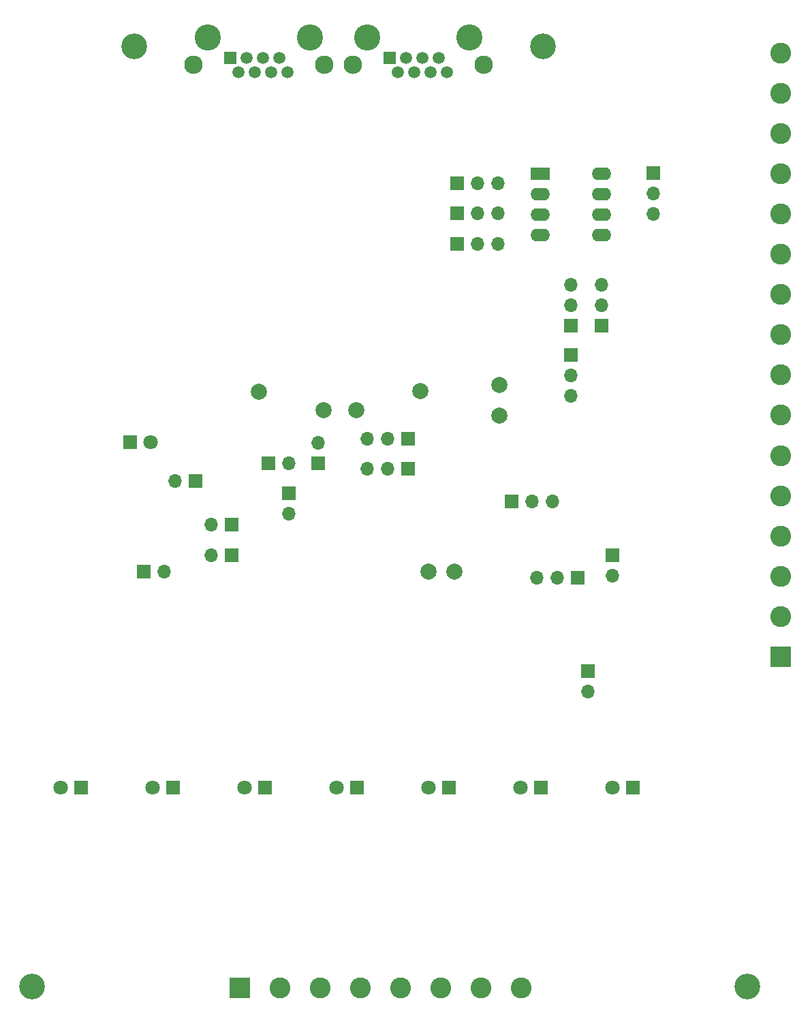
<source format=gbr>
%TF.GenerationSoftware,KiCad,Pcbnew,5.1.7-a382d34a8~87~ubuntu20.04.1*%
%TF.CreationDate,2020-11-04T11:31:22+01:00*%
%TF.ProjectId,BatteryMonitoringUnit_BMU,42617474-6572-4794-9d6f-6e69746f7269,2.0*%
%TF.SameCoordinates,Original*%
%TF.FileFunction,Soldermask,Bot*%
%TF.FilePolarity,Negative*%
%FSLAX46Y46*%
G04 Gerber Fmt 4.6, Leading zero omitted, Abs format (unit mm)*
G04 Created by KiCad (PCBNEW 5.1.7-a382d34a8~87~ubuntu20.04.1) date 2020-11-04 11:31:22*
%MOMM*%
%LPD*%
G01*
G04 APERTURE LIST*
%ADD10C,1.800000*%
%ADD11R,1.800000X1.800000*%
%ADD12C,2.300000*%
%ADD13C,3.250000*%
%ADD14C,1.500000*%
%ADD15R,1.500000X1.500000*%
%ADD16O,1.700000X1.700000*%
%ADD17R,1.700000X1.700000*%
%ADD18C,2.600000*%
%ADD19R,2.600000X2.600000*%
%ADD20O,2.400000X1.600000*%
%ADD21R,2.400000X1.600000*%
%ADD22C,3.200000*%
%ADD23C,2.000000*%
G04 APERTURE END LIST*
D10*
%TO.C,D101*%
X54610000Y-80391000D03*
D11*
X52070000Y-80391000D03*
%TD*%
D12*
%TO.C,JA101*%
X79758000Y-33529000D03*
X96018000Y-33529000D03*
D13*
X94238000Y-30099000D03*
X81538000Y-30099000D03*
D14*
X91440000Y-34419000D03*
X89408000Y-34419000D03*
X87376000Y-34419000D03*
X85344000Y-34419000D03*
X90424000Y-32639000D03*
X88392000Y-32639000D03*
X86360000Y-32639000D03*
D15*
X84328000Y-32639000D03*
%TD*%
D12*
%TO.C,JB101*%
X59946000Y-33529000D03*
X76206000Y-33529000D03*
D13*
X74426000Y-30099000D03*
X61726000Y-30099000D03*
D14*
X71628000Y-34419000D03*
X69596000Y-34419000D03*
X67564000Y-34419000D03*
X65532000Y-34419000D03*
X70612000Y-32639000D03*
X68580000Y-32639000D03*
X66548000Y-32639000D03*
D15*
X64516000Y-32639000D03*
%TD*%
D16*
%TO.C,J1301*%
X97790000Y-48260000D03*
X95250000Y-48260000D03*
D17*
X92710000Y-48260000D03*
%TD*%
D16*
%TO.C,J1302*%
X97790000Y-51943000D03*
X95250000Y-51943000D03*
D17*
X92710000Y-51943000D03*
%TD*%
D16*
%TO.C,J1303*%
X97790000Y-55753000D03*
X95250000Y-55753000D03*
D17*
X92710000Y-55753000D03*
%TD*%
D18*
%TO.C,J111*%
X132905500Y-32061000D03*
X132905500Y-37061000D03*
X132905500Y-42061000D03*
X132905500Y-47061000D03*
X132905500Y-52061000D03*
X132905500Y-57061000D03*
X132905500Y-62061000D03*
X132905500Y-67061000D03*
X132905500Y-72061000D03*
X132905500Y-77061000D03*
X132905500Y-82061000D03*
X132905500Y-87061000D03*
X132905500Y-92061000D03*
X132905500Y-97061000D03*
X132905500Y-102061000D03*
D19*
X132905500Y-107061000D03*
%TD*%
D20*
%TO.C,U1301*%
X110680500Y-47053500D03*
X103060500Y-54673500D03*
X110680500Y-49593500D03*
X103060500Y-52133500D03*
X110680500Y-52133500D03*
X103060500Y-49593500D03*
X110680500Y-54673500D03*
D21*
X103060500Y-47053500D03*
%TD*%
D16*
%TO.C,J1304*%
X117094000Y-52070000D03*
X117094000Y-49530000D03*
D17*
X117094000Y-46990000D03*
%TD*%
D16*
%TO.C,J301*%
X112014000Y-96964500D03*
D17*
X112014000Y-94424500D03*
%TD*%
D16*
%TO.C,J201*%
X108966000Y-111379000D03*
D17*
X108966000Y-108839000D03*
%TD*%
D18*
%TO.C,J112*%
X100659000Y-148209000D03*
X95659000Y-148209000D03*
X90659000Y-148209000D03*
X85659000Y-148209000D03*
X80659000Y-148209000D03*
X75659000Y-148209000D03*
X70659000Y-148209000D03*
D19*
X65659000Y-148209000D03*
%TD*%
D16*
%TO.C,J110*%
X102616000Y-97282000D03*
X105156000Y-97282000D03*
D17*
X107696000Y-97282000D03*
%TD*%
D16*
%TO.C,J107*%
X56261000Y-96520000D03*
D17*
X53721000Y-96520000D03*
%TD*%
D16*
%TO.C,J106*%
X57658000Y-85217000D03*
D17*
X60198000Y-85217000D03*
%TD*%
D22*
%TO.C,H104*%
X128778000Y-148082000D03*
%TD*%
%TO.C,H103*%
X103378000Y-31242000D03*
%TD*%
%TO.C,H102*%
X39878000Y-148082000D03*
%TD*%
%TO.C,H101*%
X52578000Y-31242000D03*
%TD*%
D16*
%TO.C,J109*%
X75438000Y-80518000D03*
D17*
X75438000Y-83058000D03*
%TD*%
D16*
%TO.C,J108*%
X71755000Y-89281000D03*
D17*
X71755000Y-86741000D03*
%TD*%
D16*
%TO.C,J105*%
X71755000Y-83058000D03*
D17*
X69215000Y-83058000D03*
%TD*%
D23*
%TO.C,TP104*%
X76073000Y-76454000D03*
%TD*%
%TO.C,TP103*%
X68072000Y-74104500D03*
%TD*%
%TO.C,TP102*%
X88138000Y-74041000D03*
%TD*%
%TO.C,TP101*%
X80137000Y-76454000D03*
%TD*%
D16*
%TO.C,J103*%
X62103000Y-94488000D03*
D17*
X64643000Y-94488000D03*
%TD*%
D16*
%TO.C,J104*%
X62103000Y-90678000D03*
D17*
X64643000Y-90678000D03*
%TD*%
%TO.C,J1104*%
X99441000Y-87757000D03*
D16*
X101981000Y-87757000D03*
X104521000Y-87757000D03*
%TD*%
%TO.C,J1103*%
X106807000Y-74676000D03*
X106807000Y-72136000D03*
D17*
X106807000Y-69596000D03*
%TD*%
D16*
%TO.C,J1102*%
X106807000Y-60833000D03*
X106807000Y-63373000D03*
D17*
X106807000Y-65913000D03*
%TD*%
D16*
%TO.C,J1101*%
X110617000Y-60833000D03*
X110617000Y-63373000D03*
D17*
X110617000Y-65913000D03*
%TD*%
D16*
%TO.C,J102*%
X81534000Y-83693000D03*
X84074000Y-83693000D03*
D17*
X86614000Y-83693000D03*
%TD*%
D16*
%TO.C,J101*%
X81534000Y-80010000D03*
X84074000Y-80010000D03*
D17*
X86614000Y-80010000D03*
%TD*%
D10*
%TO.C,D1001*%
X112014000Y-123317000D03*
D11*
X114554000Y-123317000D03*
%TD*%
D10*
%TO.C,D901*%
X100584000Y-123317000D03*
D11*
X103124000Y-123317000D03*
%TD*%
D10*
%TO.C,D801*%
X89154000Y-123317000D03*
D11*
X91694000Y-123317000D03*
%TD*%
D10*
%TO.C,D701*%
X77724000Y-123317000D03*
D11*
X80264000Y-123317000D03*
%TD*%
D10*
%TO.C,D601*%
X66294000Y-123317000D03*
D11*
X68834000Y-123317000D03*
%TD*%
D10*
%TO.C,D501*%
X54864000Y-123317000D03*
D11*
X57404000Y-123317000D03*
%TD*%
D10*
%TO.C,D401*%
X43434000Y-123317000D03*
D11*
X45974000Y-123317000D03*
%TD*%
D23*
%TO.C,TP108*%
X92329000Y-96520000D03*
%TD*%
%TO.C,TP107*%
X89154000Y-96520000D03*
%TD*%
%TO.C,TP106*%
X97917000Y-77089000D03*
%TD*%
%TO.C,TP105*%
X97917000Y-73279000D03*
%TD*%
M02*

</source>
